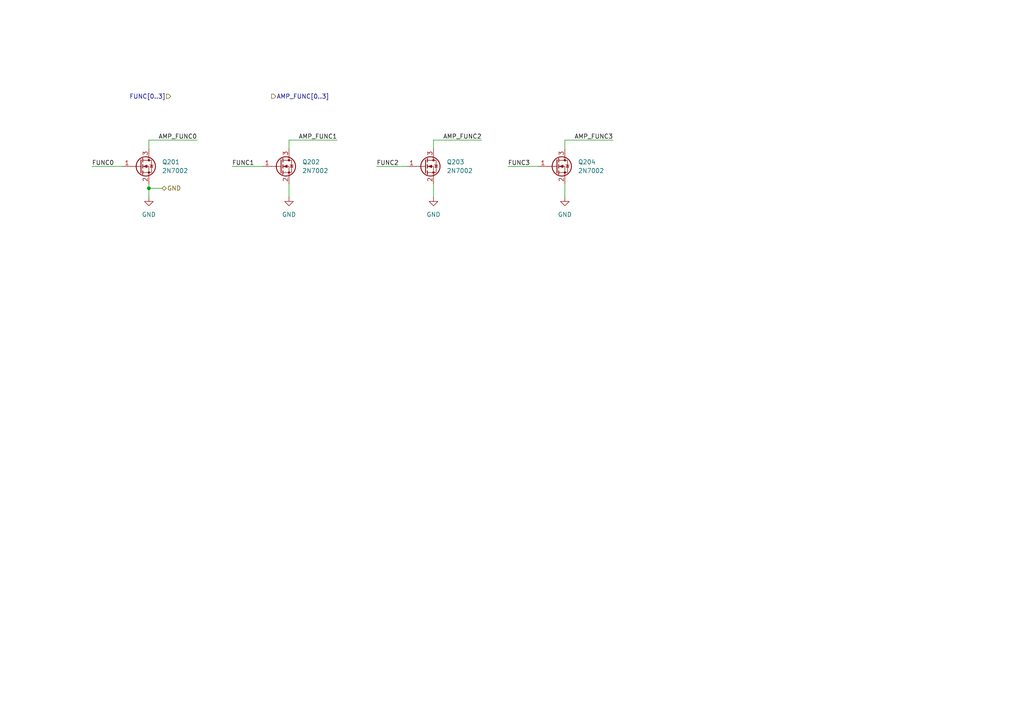
<source format=kicad_sch>
(kicad_sch (version 20231120) (generator "eeschema") (generator_version "8.0")
  (paper "A4")
  (lib_symbols
    (symbol "Transistor_FET:2N7002" (pin_names hide)
      (property "Reference" "Q" (at 5.08 1.905 0))
      (property "Value" "2N7002" (at 5.08 0 0))
      (symbol "2N7002_0_1"
        (polyline (pts (xy 0.254 0) (xy -2.54 0)))
        (polyline (pts (xy 0.254 1.905) (xy 0.254 -1.905)) (stroke (width 0.254)))
        (polyline (pts (xy 0.762 -1.27) (xy 0.762 -2.286)) (stroke (width 0.254)))
        (polyline (pts (xy 0.762 0.508) (xy 0.762 -0.508)) (stroke (width 0.254)))
        (polyline (pts (xy 0.762 2.286) (xy 0.762 1.27)) (stroke (width 0.254)))
        (polyline (pts (xy 2.54 2.54) (xy 2.54 1.778)))
        (polyline (pts (xy 2.54 -2.54) (xy 2.54 0) (xy 0.762 0)))
        (polyline (pts (xy 0.762 -1.778) (xy 3.302 -1.778) (xy 3.302 1.778) (xy 0.762 1.778)))
        (polyline (pts (xy 1.016 0) (xy 2.032 0.381) (xy 2.032 -0.381) (xy 1.016 0)) (fill (type outline)))
        (polyline (pts (xy 2.794 0.508) (xy 2.921 0.381) (xy 3.683 0.381) (xy 3.81 0.254)))
        (polyline (pts (xy 3.302 0.381) (xy 2.921 -0.254) (xy 3.683 -0.254) (xy 3.302 0.381)))
        (circle (center 1.651 0) (radius 2.794) (stroke (width 0.254)))
        (circle (center 2.54 -1.778) (radius 0.254) (fill (type outline)))
        (circle (center 2.54 1.778) (radius 0.254) (fill (type outline)))
      )
      (symbol "2N7002_1_1"
        (pin input line (at -5.08 0 0) (length 2.54) (name "G") (number "1"))
        (pin passive line (at 2.54 -5.08 90) (length 2.54) (name "S") (number "2"))
        (pin passive line (at 2.54 5.08 270) (length 2.54) (name "D") (number "3"))
      )
    )
    (symbol "power:GND" (power) (pin_names (offset 0))
      (property "Value" "GND" (at 0 -3.81 0))
      (symbol "GND_0_1"
        (polyline (pts (xy 0 0) (xy 0 -1.27) (xy 1.27 -1.27) (xy 0 -2.54) (xy -1.27 -1.27) (xy 0 -1.27)))
      )
      (symbol "GND_1_1"
        (pin power_in line (at 0 0 270) (length 0) hide (name "GND") (number "1"))
      )
    )
  )
  (junction (at 43.18 54.61))
  (wire (pts (xy 163.83 40.64) (xy 177.8 40.64)))
  (wire (pts (xy 83.82 40.64) (xy 83.82 43.18)))
  (wire (pts (xy 156.21 48.26) (xy 147.32 48.26)))
  (wire (pts (xy 43.18 54.61) (xy 43.18 53.34)))
  (wire (pts (xy 83.82 57.15) (xy 83.82 53.34)))
  (wire (pts (xy 118.11 48.26) (xy 109.22 48.26)))
  (wire (pts (xy 163.83 57.15) (xy 163.83 53.34)))
  (wire (pts (xy 83.82 40.64) (xy 97.79 40.64)))
  (wire (pts (xy 43.18 40.64) (xy 57.15 40.64)))
  (wire (pts (xy 43.18 57.15) (xy 43.18 54.61)))
  (wire (pts (xy 43.18 40.64) (xy 43.18 43.18)))
  (wire (pts (xy 125.73 40.64) (xy 139.7 40.64)))
  (wire (pts (xy 163.83 40.64) (xy 163.83 43.18)))
  (wire (pts (xy 35.56 48.26) (xy 26.67 48.26)))
  (wire (pts (xy 125.73 57.15) (xy 125.73 53.34)))
  (wire (pts (xy 125.73 40.64) (xy 125.73 43.18)))
  (wire (pts (xy 76.2 48.26) (xy 67.31 48.26)))
  (wire (pts (xy 43.18 54.61) (xy 46.99 54.61)))
  (label "AMP_FUNC1" (at 97.79 40.64 180))
  (label "FUNC2" (at 109.22 48.26 0))
  (label "FUNC3" (at 147.32 48.26 0))
  (label "FUNC0" (at 26.67 48.26 0))
  (label "FUNC1" (at 67.31 48.26 0))
  (label "AMP_FUNC3" (at 177.8 40.64 180))
  (label "AMP_FUNC0" (at 57.15 40.64 180))
  (label "AMP_FUNC2" (at 139.7 40.64 180))
  (hierarchical_label "AMP_FUNC[0..3]" (shape output) (at 78.74 27.94 0))
  (hierarchical_label "GND" (shape bidirectional) (at 46.99 54.61 0))
  (hierarchical_label "FUNC[0..3]" (shape input) (at 49.53 27.94 180))
  (symbol (lib_id "power:GND") (at 43.18 57.15 0) (unit 1)
    (property "Reference" "#PWR0201" (effects (hide yes)))
    (property "Value" "GND" (at 43.18 62.23 0))
    (property "Description" "Power symbol creates a global label with name \"GND\" , ground" (effects (hide yes)))
  )
  (symbol (lib_id "Transistor_FET:2N7002") (at 81.28 48.26 0) (unit 1)
    (property "Reference" "Q202" (at 87.63 46.9899 0) (effects (justify left)))
    (property "Value" "2N7002" (at 87.63 49.5299 0) (effects (justify left)))
    (property "Footprint" "Package_TO_SOT_SMD:SOT-23" (effects (hide yes)))
    (property "Datasheet" "https://www.onsemi.com/pub/Collateral/NDS7002A-D.PDF" (effects (hide yes)))
    (property "Description" "0.115A Id, 60V Vds, N-Channel MOSFET, SOT-23" (effects (hide yes)))
  )
  (symbol (lib_id "Transistor_FET:2N7002") (at 40.64 48.26 0) (unit 1)
    (property "Reference" "Q201" (at 46.99 46.9899 0) (effects (justify left)))
    (property "Value" "2N7002" (at 46.99 49.5299 0) (effects (justify left)))
    (property "Footprint" "Package_TO_SOT_SMD:SOT-23" (effects (hide yes)))
    (property "Datasheet" "https://www.onsemi.com/pub/Collateral/NDS7002A-D.PDF" (effects (hide yes)))
    (property "Description" "0.115A Id, 60V Vds, N-Channel MOSFET, SOT-23" (effects (hide yes)))
  )
  (symbol (lib_id "Transistor_FET:2N7002") (at 161.29 48.26 0) (unit 1)
    (property "Reference" "Q204" (at 167.64 46.9899 0) (effects (justify left)))
    (property "Value" "2N7002" (at 167.64 49.5299 0) (effects (justify left)))
    (property "Footprint" "Package_TO_SOT_SMD:SOT-23" (effects (hide yes)))
    (property "Datasheet" "https://www.onsemi.com/pub/Collateral/NDS7002A-D.PDF" (effects (hide yes)))
    (property "Description" "0.115A Id, 60V Vds, N-Channel MOSFET, SOT-23" (effects (hide yes)))
  )
  (symbol (lib_id "power:GND") (at 125.73 57.15 0) (unit 1)
    (property "Reference" "#PWR0203" (effects (hide yes)))
    (property "Value" "GND" (at 125.73 62.23 0))
    (property "Description" "Power symbol creates a global label with name \"GND\" , ground" (effects (hide yes)))
  )
  (symbol (lib_id "power:GND") (at 163.83 57.15 0) (unit 1)
    (property "Reference" "#PWR0204" (effects (hide yes)))
    (property "Value" "GND" (at 163.83 62.23 0))
    (property "Description" "Power symbol creates a global label with name \"GND\" , ground" (effects (hide yes)))
  )
  (symbol (lib_id "power:GND") (at 83.82 57.15 0) (unit 1)
    (property "Reference" "#PWR0202" (effects (hide yes)))
    (property "Value" "GND" (at 83.82 62.23 0))
    (property "Description" "Power symbol creates a global label with name \"GND\" , ground" (effects (hide yes)))
  )
  (symbol (lib_id "Transistor_FET:2N7002") (at 123.19 48.26 0) (unit 1)
    (property "Reference" "Q203" (at 129.54 46.9899 0) (effects (justify left)))
    (property "Value" "2N7002" (at 129.54 49.5299 0) (effects (justify left)))
    (property "Footprint" "Package_TO_SOT_SMD:SOT-23" (effects (hide yes)))
    (property "Datasheet" "https://www.onsemi.com/pub/Collateral/NDS7002A-D.PDF" (effects (hide yes)))
    (property "Description" "0.115A Id, 60V Vds, N-Channel MOSFET, SOT-23" (effects (hide yes)))
  )
)
</source>
